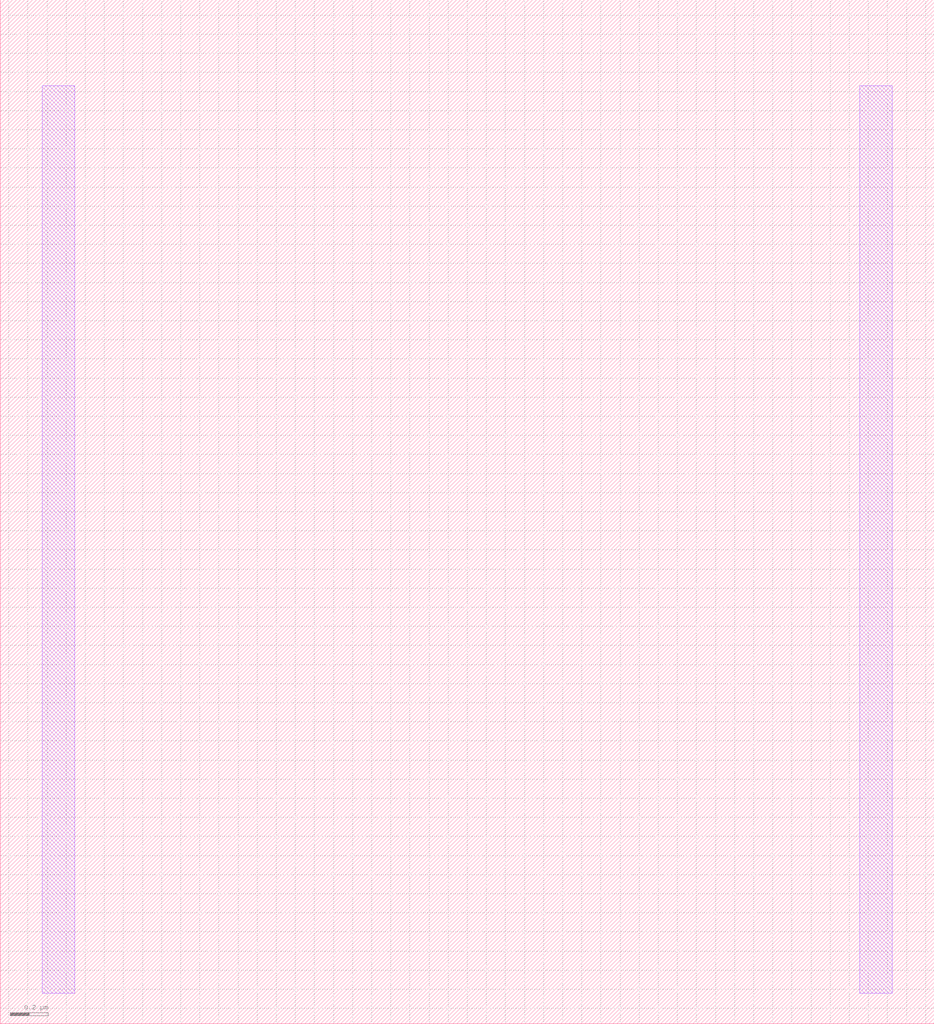
<source format=lef>
# Copyright 2020 The SkyWater PDK Authors
#
# Licensed under the Apache License, Version 2.0 (the "License");
# you may not use this file except in compliance with the License.
# You may obtain a copy of the License at
#
#     https://www.apache.org/licenses/LICENSE-2.0
#
# Unless required by applicable law or agreed to in writing, software
# distributed under the License is distributed on an "AS IS" BASIS,
# WITHOUT WARRANTIES OR CONDITIONS OF ANY KIND, either express or implied.
# See the License for the specific language governing permissions and
# limitations under the License.
#
# SPDX-License-Identifier: Apache-2.0

VERSION 5.7 ;
  NOWIREEXTENSIONATPIN ON ;
  DIVIDERCHAR "/" ;
  BUSBITCHARS "[]" ;
MACRO sky130_fd_pr__pfet_01v8__example3
  CLASS BLOCK ;
  FOREIGN sky130_fd_pr__pfet_01v8__example3 ;
  ORIGIN  0.445000  0.180000 ;
  SIZE  4.890000 BY  5.360000 ;
  OBS
    LAYER li1 ;
      RECT -0.225000 -0.020000 -0.055000 4.730000 ;
      RECT  4.055000 -0.020000  4.225000 4.730000 ;
  END
END sky130_fd_pr__pfet_01v8__example3
END LIBRARY

</source>
